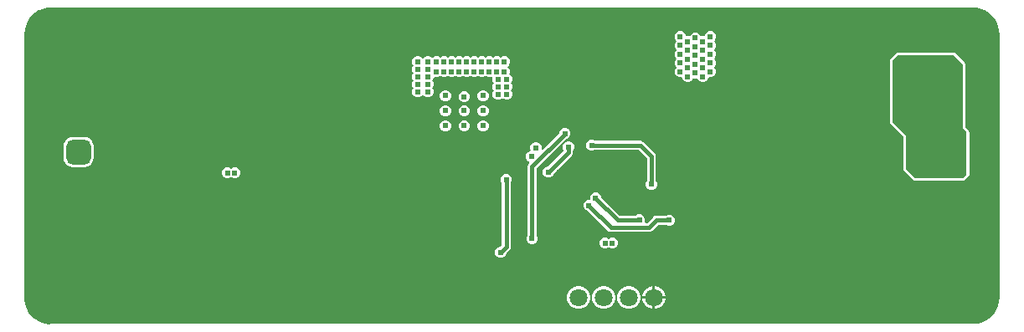
<source format=gbr>
%TF.GenerationSoftware,Altium Limited,Altium Designer,23.0.1 (38)*%
G04 Layer_Physical_Order=4*
G04 Layer_Color=16711680*
%FSLAX45Y45*%
%MOMM*%
%TF.SameCoordinates,3EE063B3-4F93-4FDD-BE50-ED7C6B7A8C7B*%
%TF.FilePolarity,Positive*%
%TF.FileFunction,Copper,L4,Bot,Signal*%
%TF.Part,Single*%
G01*
G75*
%TA.AperFunction,Conductor*%
%ADD56C,0.38100*%
%TA.AperFunction,ComponentPad*%
G04:AMPARAMS|DCode=58|XSize=2.5mm|YSize=2.5mm|CornerRadius=0.625mm|HoleSize=0mm|Usage=FLASHONLY|Rotation=270.000|XOffset=0mm|YOffset=0mm|HoleType=Round|Shape=RoundedRectangle|*
%AMROUNDEDRECTD58*
21,1,2.50000,1.25000,0,0,270.0*
21,1,1.25000,2.50000,0,0,270.0*
1,1,1.25000,-0.62500,-0.62500*
1,1,1.25000,-0.62500,0.62500*
1,1,1.25000,0.62500,0.62500*
1,1,1.25000,0.62500,-0.62500*
%
%ADD58ROUNDEDRECTD58*%
%ADD59C,1.80000*%
%ADD60C,5.00000*%
%TA.AperFunction,ViaPad*%
%ADD61C,0.60960*%
%ADD62C,0.40000*%
G36*
X9362797Y2932577D02*
X9403811Y2922730D01*
X9442779Y2906589D01*
X9478743Y2884550D01*
X9510816Y2857157D01*
X9538210Y2825084D01*
X9560248Y2789120D01*
X9576390Y2750151D01*
X9586236Y2709137D01*
X9589473Y2668007D01*
X9589290Y2667088D01*
Y88D01*
X9589473Y-832D01*
X9586236Y-41962D01*
X9576390Y-82976D01*
X9560248Y-121944D01*
X9538210Y-157908D01*
X9510816Y-189982D01*
X9478743Y-217375D01*
X9442779Y-239414D01*
X9403811Y-255555D01*
X9362797Y-265402D01*
X9321667Y-268639D01*
X9320747Y-268456D01*
X-10434Y-268457D01*
X-12680Y-268903D01*
X-60727Y-264171D01*
X-109088Y-249501D01*
X-153658Y-225678D01*
X-192724Y-193618D01*
X-224784Y-154552D01*
X-248607Y-109982D01*
X-263277Y-61621D01*
X-267003Y-23796D01*
X-267562Y-11328D01*
X-267572Y1371D01*
X-269596Y2667115D01*
X-269778Y2668024D01*
X-266542Y2709137D01*
X-256695Y2750151D01*
X-240554Y2789120D01*
X-218515Y2825084D01*
X-191122Y2857157D01*
X-159049Y2884550D01*
X-123085Y2906589D01*
X-84116Y2922730D01*
X-43102Y2932577D01*
X-1972Y2935814D01*
X-1053Y2935631D01*
X9320747D01*
X9321667Y2935814D01*
X9362797Y2932577D01*
D02*
G37*
%LPC*%
G36*
X6678615Y2697480D02*
X6656385D01*
X6635847Y2688973D01*
X6620127Y2673253D01*
X6612998Y2656043D01*
X6602415Y2646680D01*
X6580185D01*
X6569972Y2642450D01*
X6562473Y2660553D01*
X6546753Y2676273D01*
X6526215Y2684780D01*
X6503985D01*
X6483447Y2676273D01*
X6467727Y2660553D01*
X6460228Y2642450D01*
X6450015Y2646680D01*
X6427785D01*
X6417202Y2656043D01*
X6410073Y2673253D01*
X6394353Y2688973D01*
X6373815Y2697480D01*
X6351585D01*
X6331047Y2688973D01*
X6315327Y2673253D01*
X6306820Y2652715D01*
Y2630485D01*
X6315327Y2609947D01*
X6328124Y2597150D01*
X6315327Y2584353D01*
X6306820Y2563815D01*
Y2541585D01*
X6315327Y2521047D01*
X6328124Y2508250D01*
X6315327Y2495453D01*
X6306820Y2474915D01*
Y2452685D01*
X6315327Y2432147D01*
X6328124Y2419350D01*
X6315327Y2406553D01*
X6306820Y2386015D01*
Y2363785D01*
X6315327Y2343247D01*
X6328124Y2330450D01*
X6315327Y2317653D01*
X6306820Y2297115D01*
Y2274885D01*
X6315327Y2254347D01*
X6331047Y2238627D01*
X6351585Y2230120D01*
X6373815D01*
X6384398Y2220757D01*
X6391527Y2203547D01*
X6407247Y2187827D01*
X6427785Y2179320D01*
X6450015D01*
X6470553Y2187827D01*
X6486273Y2203547D01*
X6493772Y2221650D01*
X6503985Y2217420D01*
X6526215D01*
X6536428Y2221650D01*
X6543927Y2203547D01*
X6559647Y2187827D01*
X6580185Y2179320D01*
X6602415D01*
X6622953Y2187827D01*
X6638673Y2203547D01*
X6645802Y2220757D01*
X6656385Y2230120D01*
X6678615D01*
X6699153Y2238627D01*
X6714873Y2254347D01*
X6723380Y2274885D01*
Y2297115D01*
X6714873Y2317653D01*
X6702076Y2330450D01*
X6714873Y2343247D01*
X6723380Y2363785D01*
Y2386015D01*
X6714873Y2406553D01*
X6702076Y2419350D01*
X6714873Y2432147D01*
X6723380Y2452685D01*
Y2474915D01*
X6714873Y2495453D01*
X6702076Y2508250D01*
X6714873Y2521047D01*
X6723380Y2541585D01*
Y2563815D01*
X6714873Y2584353D01*
X6702076Y2597150D01*
X6714873Y2609947D01*
X6723380Y2630485D01*
Y2652715D01*
X6714873Y2673253D01*
X6699153Y2688973D01*
X6678615Y2697480D01*
D02*
G37*
G36*
X4595815Y2443480D02*
X4573585D01*
X4553047Y2434973D01*
X4546600Y2428526D01*
X4540153Y2434973D01*
X4519615Y2443480D01*
X4497385D01*
X4476847Y2434973D01*
X4470400Y2428526D01*
X4463953Y2434973D01*
X4443415Y2443480D01*
X4421185D01*
X4400647Y2434973D01*
X4394200Y2428526D01*
X4387753Y2434973D01*
X4367215Y2443480D01*
X4344985D01*
X4324447Y2434973D01*
X4318000Y2428526D01*
X4311553Y2434973D01*
X4291015Y2443480D01*
X4268785D01*
X4248247Y2434973D01*
X4241800Y2428526D01*
X4235353Y2434973D01*
X4214815Y2443480D01*
X4192585D01*
X4172047Y2434973D01*
X4165600Y2428526D01*
X4159153Y2434973D01*
X4138615Y2443480D01*
X4116385D01*
X4095847Y2434973D01*
X4089400Y2428526D01*
X4082953Y2434973D01*
X4062415Y2443480D01*
X4040185D01*
X4019647Y2434973D01*
X4013200Y2428526D01*
X4006753Y2434973D01*
X3986215Y2443480D01*
X3963985D01*
X3943447Y2434973D01*
X3937000Y2428526D01*
X3930553Y2434973D01*
X3910015Y2443480D01*
X3887785D01*
X3867247Y2434973D01*
X3854450Y2422176D01*
X3841653Y2434973D01*
X3821115Y2443480D01*
X3798885D01*
X3778347Y2434973D01*
X3767497Y2424123D01*
X3759200Y2420677D01*
X3750903Y2424123D01*
X3740053Y2434973D01*
X3719515Y2443480D01*
X3697285D01*
X3676747Y2434973D01*
X3661027Y2419253D01*
X3652520Y2398715D01*
Y2376485D01*
X3661027Y2355947D01*
X3667474Y2349500D01*
X3661027Y2343053D01*
X3652520Y2322515D01*
Y2300285D01*
X3661027Y2279747D01*
X3667474Y2273300D01*
X3661027Y2266853D01*
X3652520Y2246315D01*
Y2224085D01*
X3661027Y2203547D01*
X3667474Y2197100D01*
X3661027Y2190653D01*
X3652520Y2170115D01*
Y2147885D01*
X3661027Y2127347D01*
X3667474Y2120900D01*
X3661027Y2114453D01*
X3652520Y2093915D01*
Y2071685D01*
X3661027Y2051147D01*
X3676747Y2035427D01*
X3697285Y2026920D01*
X3719515D01*
X3740053Y2035427D01*
X3750903Y2046277D01*
X3759200Y2049723D01*
X3767497Y2046277D01*
X3778347Y2035427D01*
X3798885Y2026920D01*
X3821115D01*
X3841653Y2035427D01*
X3857373Y2051147D01*
X3865880Y2071685D01*
Y2093915D01*
X3857373Y2114453D01*
X3850926Y2120900D01*
X3857373Y2127347D01*
X3865880Y2147885D01*
Y2170115D01*
X3857373Y2190653D01*
X3850926Y2197100D01*
X3857373Y2203547D01*
X3865880Y2224085D01*
Y2225447D01*
X3878580Y2233933D01*
X3887785Y2230120D01*
X3910015D01*
X3930553Y2238627D01*
X3937000Y2245074D01*
X3943447Y2238627D01*
X3963985Y2230120D01*
X3986215D01*
X4006753Y2238627D01*
X4013200Y2245074D01*
X4019647Y2238627D01*
X4040185Y2230120D01*
X4062415D01*
X4082953Y2238627D01*
X4089400Y2245074D01*
X4095847Y2238627D01*
X4116385Y2230120D01*
X4138615D01*
X4159153Y2238627D01*
X4165600Y2245074D01*
X4172047Y2238627D01*
X4192585Y2230120D01*
X4214815D01*
X4235353Y2238627D01*
X4241800Y2245074D01*
X4248247Y2238627D01*
X4268785Y2230120D01*
X4291015D01*
X4311553Y2238627D01*
X4318000Y2245074D01*
X4324447Y2238627D01*
X4344985Y2230120D01*
X4367215D01*
X4387753Y2238627D01*
X4394200Y2245074D01*
X4400647Y2238627D01*
X4421185Y2230120D01*
X4443415D01*
X4457866Y2236106D01*
X4467586Y2226385D01*
X4465320Y2220915D01*
Y2198685D01*
X4473827Y2178147D01*
X4480274Y2171700D01*
X4473827Y2165253D01*
X4465320Y2144715D01*
Y2122485D01*
X4473827Y2101947D01*
X4480274Y2095500D01*
X4473827Y2089053D01*
X4465320Y2068515D01*
Y2046285D01*
X4473827Y2025747D01*
X4489547Y2010027D01*
X4510085Y2001520D01*
X4532315D01*
X4552853Y2010027D01*
X4565650Y2022824D01*
X4578447Y2010027D01*
X4598985Y2001520D01*
X4621215D01*
X4641753Y2010027D01*
X4657473Y2025747D01*
X4665980Y2046285D01*
Y2068515D01*
X4657473Y2089053D01*
X4651026Y2095500D01*
X4657473Y2101947D01*
X4665980Y2122485D01*
Y2144715D01*
X4657473Y2165253D01*
X4651026Y2171700D01*
X4657473Y2178147D01*
X4665980Y2198685D01*
Y2220915D01*
X4657473Y2241453D01*
X4641753Y2257173D01*
X4634490Y2260181D01*
X4640580Y2274885D01*
Y2297115D01*
X4632073Y2317653D01*
X4621223Y2328503D01*
X4617777Y2336800D01*
X4621223Y2345097D01*
X4632073Y2355947D01*
X4640580Y2376485D01*
Y2398715D01*
X4632073Y2419253D01*
X4616353Y2434973D01*
X4595815Y2443480D01*
D02*
G37*
G36*
X4379915Y2100580D02*
X4357685D01*
X4337147Y2092073D01*
X4321427Y2076353D01*
X4312920Y2055815D01*
Y2033585D01*
X4321427Y2013047D01*
X4337147Y1997327D01*
X4357685Y1988820D01*
X4379915D01*
X4400453Y1997327D01*
X4416173Y2013047D01*
X4424680Y2033585D01*
Y2055815D01*
X4416173Y2076353D01*
X4400453Y2092073D01*
X4379915Y2100580D01*
D02*
G37*
G36*
X3998915D02*
X3976685D01*
X3956147Y2092073D01*
X3940427Y2076353D01*
X3931920Y2055815D01*
Y2033585D01*
X3940427Y2013047D01*
X3956147Y1997327D01*
X3976685Y1988820D01*
X3998915D01*
X4019453Y1997327D01*
X4035173Y2013047D01*
X4043680Y2033585D01*
Y2055815D01*
X4035173Y2076353D01*
X4019453Y2092073D01*
X3998915Y2100580D01*
D02*
G37*
G36*
X4189415Y2087880D02*
X4167185D01*
X4146647Y2079373D01*
X4130927Y2063653D01*
X4122420Y2043115D01*
Y2020885D01*
X4130927Y2000347D01*
X4146647Y1984627D01*
X4167185Y1976120D01*
X4189415D01*
X4209953Y1984627D01*
X4225673Y2000347D01*
X4234180Y2020885D01*
Y2043115D01*
X4225673Y2063653D01*
X4209953Y2079373D01*
X4189415Y2087880D01*
D02*
G37*
G36*
X4379915Y1948180D02*
X4357685D01*
X4337147Y1939673D01*
X4321427Y1923953D01*
X4312920Y1903415D01*
Y1881185D01*
X4321427Y1860647D01*
X4337147Y1844927D01*
X4357685Y1836420D01*
X4379915D01*
X4400453Y1844927D01*
X4416173Y1860647D01*
X4424680Y1881185D01*
Y1903415D01*
X4416173Y1923953D01*
X4400453Y1939673D01*
X4379915Y1948180D01*
D02*
G37*
G36*
X4189415D02*
X4167185D01*
X4146647Y1939673D01*
X4130927Y1923953D01*
X4122420Y1903415D01*
Y1881185D01*
X4130927Y1860647D01*
X4146647Y1844927D01*
X4167185Y1836420D01*
X4189415D01*
X4209953Y1844927D01*
X4225673Y1860647D01*
X4234180Y1881185D01*
Y1903415D01*
X4225673Y1923953D01*
X4209953Y1939673D01*
X4189415Y1948180D01*
D02*
G37*
G36*
X3998915D02*
X3976685D01*
X3956147Y1939673D01*
X3940427Y1923953D01*
X3931920Y1903415D01*
Y1881185D01*
X3940427Y1860647D01*
X3956147Y1844927D01*
X3976685Y1836420D01*
X3998915D01*
X4019453Y1844927D01*
X4035173Y1860647D01*
X4043680Y1881185D01*
Y1903415D01*
X4035173Y1923953D01*
X4019453Y1939673D01*
X3998915Y1948180D01*
D02*
G37*
G36*
X4379915Y1795780D02*
X4357685D01*
X4337147Y1787273D01*
X4321427Y1771553D01*
X4312920Y1751015D01*
Y1728785D01*
X4321427Y1708247D01*
X4337147Y1692527D01*
X4357685Y1684020D01*
X4379915D01*
X4400453Y1692527D01*
X4416173Y1708247D01*
X4424680Y1728785D01*
Y1751015D01*
X4416173Y1771553D01*
X4400453Y1787273D01*
X4379915Y1795780D01*
D02*
G37*
G36*
X4189415D02*
X4167185D01*
X4146647Y1787273D01*
X4130927Y1771553D01*
X4122420Y1751015D01*
Y1728785D01*
X4130927Y1708247D01*
X4146647Y1692527D01*
X4167185Y1684020D01*
X4189415D01*
X4209953Y1692527D01*
X4225673Y1708247D01*
X4234180Y1728785D01*
Y1751015D01*
X4225673Y1771553D01*
X4209953Y1787273D01*
X4189415Y1795780D01*
D02*
G37*
G36*
X3998915D02*
X3976685D01*
X3956147Y1787273D01*
X3940427Y1771553D01*
X3931920Y1751015D01*
Y1728785D01*
X3940427Y1708247D01*
X3956147Y1692527D01*
X3976685Y1684020D01*
X3998915D01*
X4019453Y1692527D01*
X4035173Y1708247D01*
X4043680Y1728785D01*
Y1751015D01*
X4035173Y1771553D01*
X4019453Y1787273D01*
X3998915Y1795780D01*
D02*
G37*
G36*
X5207955Y1717040D02*
X5185725D01*
X5165187Y1708533D01*
X5149467Y1692813D01*
X5140960Y1672275D01*
Y1669373D01*
X4968273Y1496686D01*
X4957507Y1503880D01*
X4958080Y1505265D01*
Y1527495D01*
X4949573Y1548033D01*
X4933853Y1563753D01*
X4913315Y1572260D01*
X4891085D01*
X4870547Y1563753D01*
X4854827Y1548033D01*
X4846320Y1527495D01*
Y1505265D01*
X4850133Y1496060D01*
X4845364Y1483360D01*
X4824827Y1474853D01*
X4809107Y1459133D01*
X4800600Y1438595D01*
Y1416365D01*
X4809107Y1395827D01*
X4824827Y1380107D01*
X4833265Y1376612D01*
X4835742Y1364156D01*
X4832053Y1360467D01*
X4822229Y1345764D01*
X4818779Y1328420D01*
Y630606D01*
X4816727Y628553D01*
X4808220Y608015D01*
Y585785D01*
X4816727Y565247D01*
X4832447Y549527D01*
X4852985Y541020D01*
X4875215D01*
X4895753Y549527D01*
X4911473Y565247D01*
X4919980Y585785D01*
Y608015D01*
X4911473Y628553D01*
X4909421Y630606D01*
Y1309647D01*
X5205053Y1605280D01*
X5207955D01*
X5228493Y1613787D01*
X5244213Y1629507D01*
X5252720Y1650045D01*
Y1672275D01*
X5244213Y1692813D01*
X5228493Y1708533D01*
X5207955Y1717040D01*
D02*
G37*
G36*
X341900Y1624358D02*
X216900D01*
X193953Y1621337D01*
X172571Y1612480D01*
X154209Y1598391D01*
X140120Y1580029D01*
X131263Y1558647D01*
X128242Y1535700D01*
Y1410700D01*
X131263Y1387753D01*
X140120Y1366371D01*
X154209Y1348009D01*
X172571Y1333920D01*
X193953Y1325063D01*
X216900Y1322042D01*
X341900D01*
X364847Y1325063D01*
X386229Y1333920D01*
X404591Y1348009D01*
X418680Y1366371D01*
X427537Y1387753D01*
X430558Y1410700D01*
Y1535700D01*
X427537Y1558647D01*
X418680Y1580029D01*
X404591Y1598391D01*
X386229Y1612480D01*
X364847Y1621337D01*
X341900Y1624358D01*
D02*
G37*
G36*
X1869125Y1318260D02*
X1846895D01*
X1826357Y1309753D01*
X1821180Y1304576D01*
X1816003Y1309753D01*
X1795465Y1318260D01*
X1773235D01*
X1752697Y1309753D01*
X1736977Y1294033D01*
X1728470Y1273495D01*
Y1251265D01*
X1736977Y1230727D01*
X1752697Y1215007D01*
X1773235Y1206500D01*
X1795465D01*
X1816003Y1215007D01*
X1821180Y1220184D01*
X1826357Y1215007D01*
X1846895Y1206500D01*
X1869125D01*
X1889663Y1215007D01*
X1905383Y1230727D01*
X1913890Y1251265D01*
Y1273495D01*
X1905383Y1294033D01*
X1889663Y1309753D01*
X1869125Y1318260D01*
D02*
G37*
G36*
X5243515Y1579880D02*
X5221285D01*
X5200747Y1571373D01*
X5185027Y1555653D01*
X5176520Y1535115D01*
Y1512885D01*
X5185027Y1492347D01*
X5186240Y1491133D01*
X5020987Y1325880D01*
X5018085D01*
X4997547Y1317373D01*
X4981827Y1301653D01*
X4973320Y1281115D01*
Y1258885D01*
X4981827Y1238347D01*
X4997547Y1222627D01*
X5018085Y1214120D01*
X5040315D01*
X5060853Y1222627D01*
X5076573Y1238347D01*
X5085080Y1258885D01*
Y1261787D01*
X5264447Y1441153D01*
X5274271Y1455856D01*
X5277721Y1473200D01*
X5277721Y1473201D01*
Y1490294D01*
X5279773Y1492347D01*
X5288280Y1512885D01*
Y1535115D01*
X5279773Y1555653D01*
X5264053Y1571373D01*
X5243515Y1579880D01*
D02*
G37*
G36*
X9131300Y2476998D02*
X8559800D01*
X8549889Y2475026D01*
X8541488Y2469412D01*
X8490688Y2418612D01*
X8485074Y2410211D01*
X8483102Y2400300D01*
Y1778000D01*
X8485074Y1768089D01*
X8490688Y1759688D01*
X8622802Y1627573D01*
Y1295400D01*
X8624774Y1285489D01*
X8630388Y1277088D01*
X8719288Y1188188D01*
X8727689Y1182574D01*
X8737600Y1180602D01*
X9220200D01*
X9230111Y1182574D01*
X9238512Y1188188D01*
X9276612Y1226288D01*
X9282226Y1234689D01*
X9284198Y1244600D01*
Y1676400D01*
X9282226Y1686311D01*
X9276612Y1694712D01*
X9246098Y1725227D01*
Y2362200D01*
X9244126Y2372111D01*
X9238512Y2380512D01*
X9149612Y2469412D01*
X9141211Y2475026D01*
X9131300Y2476998D01*
D02*
G37*
G36*
X5477486Y1596365D02*
X5455256D01*
X5434718Y1587858D01*
X5418998Y1572138D01*
X5410491Y1551600D01*
Y1529370D01*
X5418998Y1508831D01*
X5434718Y1493112D01*
X5455256Y1484605D01*
X5477486D01*
X5498025Y1493112D01*
X5500077Y1495164D01*
X5938823D01*
X6025279Y1408707D01*
Y1179246D01*
X6023227Y1177193D01*
X6014720Y1156655D01*
Y1134425D01*
X6023227Y1113887D01*
X6038947Y1098167D01*
X6059485Y1089660D01*
X6081715D01*
X6102253Y1098167D01*
X6117973Y1113887D01*
X6126480Y1134425D01*
Y1156655D01*
X6117973Y1177193D01*
X6115921Y1179246D01*
Y1427480D01*
X6112471Y1444824D01*
X6102647Y1459527D01*
X5989642Y1572532D01*
X5974939Y1582356D01*
X5957595Y1585806D01*
X5500077D01*
X5498025Y1587858D01*
X5477486Y1596365D01*
D02*
G37*
G36*
X5517835Y1064358D02*
X5495605D01*
X5475067Y1055850D01*
X5459347Y1040131D01*
X5450840Y1019593D01*
Y999793D01*
X5450464Y997009D01*
X5440947Y988060D01*
X5427025D01*
X5406487Y979553D01*
X5390767Y963833D01*
X5382260Y943295D01*
Y921065D01*
X5390767Y900527D01*
X5406487Y884807D01*
X5427025Y876300D01*
X5429927D01*
X5628343Y677883D01*
X5643046Y668059D01*
X5660390Y664609D01*
X5660391Y664609D01*
X6044818D01*
X6062162Y668059D01*
X6076865Y677883D01*
X6136351Y737369D01*
X6217234D01*
X6219287Y735317D01*
X6239825Y726810D01*
X6262055D01*
X6282593Y735317D01*
X6298313Y751036D01*
X6306820Y771575D01*
Y793805D01*
X6298313Y814343D01*
X6282593Y830063D01*
X6262055Y838570D01*
X6239825D01*
X6219287Y830063D01*
X6217234Y828011D01*
X6117580D01*
X6117578Y828011D01*
X6100235Y824561D01*
X6085532Y814736D01*
X6026046Y755251D01*
X6008329D01*
X6001273Y765811D01*
X6004560Y773745D01*
Y795975D01*
X5996053Y816513D01*
X5980333Y832233D01*
X5959795Y840740D01*
X5937565D01*
X5917027Y832233D01*
X5914974Y830181D01*
X5749110D01*
X5562600Y1016691D01*
Y1019593D01*
X5554093Y1040131D01*
X5538373Y1055850D01*
X5517835Y1064358D01*
D02*
G37*
G36*
X5686745Y607060D02*
X5664515D01*
X5643977Y598553D01*
X5638800Y593376D01*
X5633623Y598553D01*
X5613085Y607060D01*
X5590855D01*
X5570317Y598553D01*
X5554597Y582833D01*
X5546090Y562295D01*
Y540065D01*
X5554597Y519527D01*
X5570317Y503807D01*
X5590855Y495300D01*
X5613085D01*
X5633623Y503807D01*
X5638800Y508984D01*
X5643977Y503807D01*
X5664515Y495300D01*
X5686745D01*
X5707283Y503807D01*
X5723003Y519527D01*
X5731510Y540065D01*
Y562295D01*
X5723003Y582833D01*
X5707283Y598553D01*
X5686745Y607060D01*
D02*
G37*
G36*
X4614115Y1249680D02*
X4591885D01*
X4571347Y1241173D01*
X4555627Y1225453D01*
X4547120Y1204915D01*
Y1182685D01*
X4555627Y1162147D01*
X4557679Y1160094D01*
Y532373D01*
X4538387Y513080D01*
X4535485D01*
X4514947Y504573D01*
X4499227Y488853D01*
X4490720Y468315D01*
Y446085D01*
X4499227Y425547D01*
X4514947Y409827D01*
X4535485Y401320D01*
X4557715D01*
X4578253Y409827D01*
X4593973Y425547D01*
X4602480Y446085D01*
Y448987D01*
X4635046Y481553D01*
X4635047Y481554D01*
X4644871Y496257D01*
X4648321Y513600D01*
Y1160094D01*
X4650373Y1162147D01*
X4658880Y1182685D01*
Y1204915D01*
X4650373Y1225453D01*
X4634654Y1241173D01*
X4614115Y1249680D01*
D02*
G37*
G36*
X6111193Y115400D02*
X6108700D01*
Y12700D01*
X6211400D01*
Y15193D01*
X6203535Y44543D01*
X6188343Y70857D01*
X6166857Y92343D01*
X6140543Y107535D01*
X6111193Y115400D01*
D02*
G37*
G36*
X6083300D02*
X6080807D01*
X6051457Y107535D01*
X6025143Y92343D01*
X6003657Y70857D01*
X5988465Y44543D01*
X5980600Y15193D01*
Y12700D01*
X6083300D01*
Y115400D01*
D02*
G37*
G36*
X6211400Y-12700D02*
X6108700D01*
Y-115400D01*
X6111193D01*
X6140543Y-107535D01*
X6166857Y-92343D01*
X6188343Y-70857D01*
X6203535Y-44543D01*
X6211400Y-15193D01*
Y-12700D01*
D02*
G37*
G36*
X6083300D02*
X5980600D01*
Y-15193D01*
X5988465Y-44543D01*
X6003657Y-70857D01*
X6025143Y-92343D01*
X6051457Y-107535D01*
X6080807Y-115400D01*
X6083300D01*
Y-12700D01*
D02*
G37*
G36*
X5857193Y115400D02*
X5826807D01*
X5797457Y107535D01*
X5771143Y92343D01*
X5749657Y70857D01*
X5734465Y44543D01*
X5726600Y15193D01*
Y-15193D01*
X5734465Y-44543D01*
X5749657Y-70857D01*
X5771143Y-92343D01*
X5797457Y-107535D01*
X5826807Y-115400D01*
X5857193D01*
X5886543Y-107535D01*
X5912857Y-92343D01*
X5934343Y-70857D01*
X5949535Y-44543D01*
X5957400Y-15193D01*
Y15193D01*
X5949535Y44543D01*
X5934343Y70857D01*
X5912857Y92343D01*
X5886543Y107535D01*
X5857193Y115400D01*
D02*
G37*
G36*
X5603193D02*
X5572807D01*
X5543457Y107535D01*
X5517143Y92343D01*
X5495657Y70857D01*
X5480465Y44543D01*
X5472600Y15193D01*
Y-15193D01*
X5480465Y-44543D01*
X5495657Y-70857D01*
X5517143Y-92343D01*
X5543457Y-107535D01*
X5572807Y-115400D01*
X5603193D01*
X5632543Y-107535D01*
X5658857Y-92343D01*
X5680343Y-70857D01*
X5695535Y-44543D01*
X5703400Y-15193D01*
Y15193D01*
X5695535Y44543D01*
X5680343Y70857D01*
X5658857Y92343D01*
X5632543Y107535D01*
X5603193Y115400D01*
D02*
G37*
G36*
X5349193D02*
X5318807D01*
X5289457Y107535D01*
X5263143Y92343D01*
X5241657Y70857D01*
X5226465Y44543D01*
X5218600Y15193D01*
Y-15193D01*
X5226465Y-44543D01*
X5241657Y-70857D01*
X5263143Y-92343D01*
X5289457Y-107535D01*
X5318807Y-115400D01*
X5349193D01*
X5378543Y-107535D01*
X5404857Y-92343D01*
X5426343Y-70857D01*
X5441535Y-44543D01*
X5449400Y-15193D01*
Y15193D01*
X5441535Y44543D01*
X5426343Y70857D01*
X5404857Y92343D01*
X5378543Y107535D01*
X5349193Y115400D01*
D02*
G37*
%LPD*%
G36*
X9220200Y2362200D02*
Y1714500D01*
X9258300Y1676400D01*
Y1244600D01*
X9220200Y1206500D01*
X8737600D01*
X8648700Y1295400D01*
Y1638300D01*
X8509000Y1778000D01*
Y2400300D01*
X8559800Y2451100D01*
X9131300D01*
X9220200Y2362200D01*
D02*
G37*
D56*
X5730338Y784860D02*
X5948680D01*
X5506720Y1008478D02*
X5730338Y784860D01*
X4864100Y1328420D02*
X5196840Y1661160D01*
X4864100Y596900D02*
Y1328420D01*
X5660390Y709930D02*
X6044818D01*
X5438140Y932180D02*
X5660390Y709930D01*
X6044818D02*
X6117578Y782690D01*
X6250940D01*
X5466371Y1540485D02*
X5957595D01*
X6070600Y1427480D01*
Y1145540D02*
Y1427480D01*
X5029200Y1270000D02*
X5232400Y1473200D01*
Y1524000D01*
X4546600Y457200D02*
X4603000Y513600D01*
Y1193800D01*
D58*
X279400Y1473200D02*
D03*
Y965200D02*
D03*
X8991600Y939800D02*
D03*
Y1447800D02*
D03*
D59*
X6096000Y0D02*
D03*
X5842000D02*
D03*
X5588000D02*
D03*
X5334000D02*
D03*
D60*
X0Y2667000D02*
D03*
Y0D02*
D03*
X9321800D02*
D03*
Y2667000D02*
D03*
D61*
X6032500Y2374900D02*
D03*
X5981700Y2082800D02*
D03*
X9372600Y1168400D02*
D03*
X9245600Y914400D02*
D03*
Y406400D02*
D03*
X8991600D02*
D03*
Y-101600D02*
D03*
X8864600Y2692400D02*
D03*
X8737600Y914400D02*
D03*
Y406400D02*
D03*
X8864600Y152400D02*
D03*
X8737600Y-101600D02*
D03*
X8610600Y2692400D02*
D03*
X8483600Y1422400D02*
D03*
X8610600Y1168400D02*
D03*
X8483600Y914400D02*
D03*
Y406400D02*
D03*
X8610600Y152400D02*
D03*
X8483600Y-101600D02*
D03*
X8229600Y1930400D02*
D03*
X8356600Y1168400D02*
D03*
X8229600Y914400D02*
D03*
X8356600Y660400D02*
D03*
Y152400D02*
D03*
X8229600Y-101600D02*
D03*
X7975600Y914400D02*
D03*
X8102600Y660400D02*
D03*
X7975600Y-101600D02*
D03*
X7721600Y1422400D02*
D03*
X7848600Y1168400D02*
D03*
X7721600Y914400D02*
D03*
X7848600Y660400D02*
D03*
X7721600Y-101600D02*
D03*
X7467600Y2438400D02*
D03*
Y1930400D02*
D03*
X7594600Y1676400D02*
D03*
Y1168400D02*
D03*
X7467600Y914400D02*
D03*
X7594600Y660400D02*
D03*
X7467600Y-101600D02*
D03*
X7340600Y660400D02*
D03*
X7213600Y-101600D02*
D03*
X7086600Y660400D02*
D03*
X6959600Y-101600D02*
D03*
X6705600Y914400D02*
D03*
X6832600Y660400D02*
D03*
X6705600Y406400D02*
D03*
X6832600Y152400D02*
D03*
X6705600Y-101600D02*
D03*
X6451600Y1930400D02*
D03*
Y1422400D02*
D03*
X6578600Y1168400D02*
D03*
Y660400D02*
D03*
X6451600Y406400D02*
D03*
X6578600Y152400D02*
D03*
X6451600Y-101600D02*
D03*
X6324600Y1168400D02*
D03*
Y152400D02*
D03*
X6070600Y2692400D02*
D03*
X5943600Y914400D02*
D03*
X5816600Y2692400D02*
D03*
X5562600D02*
D03*
X5308600D02*
D03*
X5181600Y1930400D02*
D03*
X5054600Y2692400D02*
D03*
Y1676400D02*
D03*
X4927600Y406400D02*
D03*
Y-101600D02*
D03*
X4800600Y2692400D02*
D03*
X4673600Y406400D02*
D03*
X4800600Y152400D02*
D03*
X4673600Y-101600D02*
D03*
X4546600Y152400D02*
D03*
X4419600Y-101600D02*
D03*
X4292600Y152400D02*
D03*
X4165600Y-101600D02*
D03*
X4038600Y152400D02*
D03*
X3911600Y-101600D02*
D03*
X3657600Y914400D02*
D03*
X3784600Y660400D02*
D03*
X3657600Y406400D02*
D03*
X3784600Y152400D02*
D03*
X3657600Y-101600D02*
D03*
X3530600Y2692400D02*
D03*
Y1676400D02*
D03*
X3403600Y914400D02*
D03*
X3530600Y660400D02*
D03*
X3403600Y406400D02*
D03*
X3530600Y152400D02*
D03*
X3276600Y2692400D02*
D03*
Y1676400D02*
D03*
X3149600Y1422400D02*
D03*
X3276600Y1168400D02*
D03*
X3149600Y914400D02*
D03*
X3276600Y660400D02*
D03*
X3149600Y406400D02*
D03*
X3276600Y152400D02*
D03*
X3022600Y2692400D02*
D03*
X2895600Y2438400D02*
D03*
X3022600Y2184400D02*
D03*
Y1676400D02*
D03*
Y1168400D02*
D03*
Y660400D02*
D03*
X2895600Y406400D02*
D03*
X3022600Y152400D02*
D03*
X2768600Y2692400D02*
D03*
X2641600Y2438400D02*
D03*
X2768600Y2184400D02*
D03*
Y660400D02*
D03*
X2641600Y406400D02*
D03*
X2768600Y152400D02*
D03*
X2641600Y-101600D02*
D03*
X2514600Y2692400D02*
D03*
Y2184400D02*
D03*
Y660400D02*
D03*
Y152400D02*
D03*
X2260600Y660400D02*
D03*
X863600Y-101600D02*
D03*
X736600Y2692400D02*
D03*
X609600Y2438400D02*
D03*
X736600Y2184400D02*
D03*
X609600Y1930400D02*
D03*
Y914400D02*
D03*
Y406400D02*
D03*
X736600Y152400D02*
D03*
X609600Y-101600D02*
D03*
X482600Y2692400D02*
D03*
X355600Y2438400D02*
D03*
X482600Y2184400D02*
D03*
X355600Y1930400D02*
D03*
X482600Y660400D02*
D03*
X355600Y406400D02*
D03*
X482600Y152400D02*
D03*
X355600Y-101600D02*
D03*
X228600Y2184400D02*
D03*
X101600Y1930400D02*
D03*
X228600Y660400D02*
D03*
X101600Y406400D02*
D03*
X-25400Y2184400D02*
D03*
X-152400Y1930400D02*
D03*
X-25400Y660400D02*
D03*
X-152400Y406400D02*
D03*
X6197600Y1473200D02*
D03*
X6210300Y1333500D02*
D03*
X6223000Y1219200D02*
D03*
Y1092200D02*
D03*
X5905500Y1435100D02*
D03*
X5981700Y1308100D02*
D03*
X5918200Y1117600D02*
D03*
X5880100Y1016000D02*
D03*
X5143500Y1270000D02*
D03*
X4178300Y2032000D02*
D03*
X8610600Y1790700D02*
D03*
X8737600Y1752600D02*
D03*
X8890000D02*
D03*
X9118600D02*
D03*
Y1892300D02*
D03*
Y2044700D02*
D03*
Y2184400D02*
D03*
Y2311400D02*
D03*
X8750300Y2286000D02*
D03*
Y2159000D02*
D03*
Y2006600D02*
D03*
X8864600D02*
D03*
X8623300D02*
D03*
X8864600Y2159000D02*
D03*
X8623300D02*
D03*
X8864600Y2286000D02*
D03*
X8623300D02*
D03*
X4953000Y1625600D02*
D03*
X5092700Y1752600D02*
D03*
X4368800Y1892300D02*
D03*
X4178300D02*
D03*
X3987800Y2044700D02*
D03*
Y1892300D02*
D03*
Y1739900D02*
D03*
X4178300D02*
D03*
X4368800D02*
D03*
Y2044700D02*
D03*
X1155700Y-177800D02*
D03*
X1028700D02*
D03*
X952500Y-114300D02*
D03*
Y-38100D02*
D03*
Y114300D02*
D03*
Y203200D02*
D03*
Y304800D02*
D03*
Y457200D02*
D03*
Y533400D02*
D03*
X850900D02*
D03*
X863600Y698500D02*
D03*
Y800100D02*
D03*
X889000Y952500D02*
D03*
X1003300Y977900D02*
D03*
X876300Y1752600D02*
D03*
X825500Y1905000D02*
D03*
X889000Y1968500D02*
D03*
X952500Y2044700D02*
D03*
Y2222500D02*
D03*
Y2311400D02*
D03*
Y2413000D02*
D03*
Y2578100D02*
D03*
Y2667000D02*
D03*
X1028700Y2717800D02*
D03*
X1168400D02*
D03*
X2095500D02*
D03*
X2235200D02*
D03*
X2324100Y2654300D02*
D03*
Y2565400D02*
D03*
Y2413000D02*
D03*
Y2336800D02*
D03*
Y2247900D02*
D03*
Y2082800D02*
D03*
Y2006600D02*
D03*
X2159000Y1943100D02*
D03*
X2019300Y1879600D02*
D03*
X2108200Y1866900D02*
D03*
X2019300Y1689100D02*
D03*
X2032000Y838200D02*
D03*
Y647700D02*
D03*
X2146300Y622300D02*
D03*
X2362200Y546100D02*
D03*
Y457200D02*
D03*
X2336800Y152400D02*
D03*
Y-63500D02*
D03*
X2324100Y-177800D02*
D03*
X2171700Y-165100D02*
D03*
X3848100Y558800D02*
D03*
X3771900D02*
D03*
X3849193Y487057D02*
D03*
X3772993D02*
D03*
X3848100Y419100D02*
D03*
X3771900D02*
D03*
Y342900D02*
D03*
X3848100D02*
D03*
X4305300D02*
D03*
X4229100D02*
D03*
X4152900D02*
D03*
X4076700D02*
D03*
X4000500D02*
D03*
X5219700Y546100D02*
D03*
X5321300D02*
D03*
X5829300Y571500D02*
D03*
X5664200Y292100D02*
D03*
X5727700Y203200D02*
D03*
X5892800D02*
D03*
X5943600Y292100D02*
D03*
X6413500Y1816100D02*
D03*
X6489700Y1651000D02*
D03*
X6642100D02*
D03*
X8204200Y76200D02*
D03*
X8191500Y495300D02*
D03*
X8369300Y304800D02*
D03*
X8534400Y1536700D02*
D03*
X8559800Y1358900D02*
D03*
X8293100Y1320800D02*
D03*
X8280400Y1854200D02*
D03*
X8115300Y1587500D02*
D03*
X7975600Y1701800D02*
D03*
X4521200Y2057400D02*
D03*
X4610100D02*
D03*
X4521200Y2133600D02*
D03*
X4610100D02*
D03*
X4521200Y2209800D02*
D03*
X4610100D02*
D03*
X4584700Y2387600D02*
D03*
Y2286000D02*
D03*
X4508500Y2387600D02*
D03*
Y2286000D02*
D03*
X4432300Y2387600D02*
D03*
Y2286000D02*
D03*
X4356100Y2387600D02*
D03*
Y2286000D02*
D03*
X4279900Y2387600D02*
D03*
Y2286000D02*
D03*
X4203700Y2387600D02*
D03*
Y2286000D02*
D03*
X4127500Y2387600D02*
D03*
Y2286000D02*
D03*
X4051300Y2387600D02*
D03*
Y2286000D02*
D03*
X3975100Y2387600D02*
D03*
Y2286000D02*
D03*
X3898900Y2387600D02*
D03*
Y2286000D02*
D03*
X3810000Y2387600D02*
D03*
X3708400D02*
D03*
X3810000Y2311400D02*
D03*
X3708400D02*
D03*
X3810000Y2235200D02*
D03*
X3708400D02*
D03*
X3810000Y2159000D02*
D03*
X3708400D02*
D03*
Y2082800D02*
D03*
X3810000D02*
D03*
X6667500Y2286000D02*
D03*
Y2374900D02*
D03*
Y2463800D02*
D03*
Y2552700D02*
D03*
Y2641600D02*
D03*
X6591300Y2235200D02*
D03*
Y2324100D02*
D03*
Y2413000D02*
D03*
Y2501900D02*
D03*
Y2590800D02*
D03*
X6515100Y2273300D02*
D03*
Y2362200D02*
D03*
Y2451100D02*
D03*
Y2540000D02*
D03*
Y2628900D02*
D03*
X6438900Y2590800D02*
D03*
Y2501900D02*
D03*
Y2413000D02*
D03*
Y2324100D02*
D03*
Y2235200D02*
D03*
X6362700Y2286000D02*
D03*
Y2374900D02*
D03*
Y2463800D02*
D03*
Y2552700D02*
D03*
Y2641600D02*
D03*
X4856480Y1427480D02*
D03*
X4902200Y1516380D02*
D03*
X1858010Y1262380D02*
D03*
X1784350D02*
D03*
X5675630Y551180D02*
D03*
X5601970D02*
D03*
X5196840Y1661160D02*
D03*
X4864100Y596900D02*
D03*
X5438140Y932180D02*
D03*
X5506720Y1008478D02*
D03*
X6250940Y782690D02*
D03*
X5948680Y784860D02*
D03*
X5466371Y1540485D02*
D03*
X5232400Y1524000D02*
D03*
X6070600Y1145540D02*
D03*
X5029200Y1270000D02*
D03*
X4546600Y457200D02*
D03*
X4603000Y1193800D02*
D03*
D62*
X5605200Y1270000D02*
D03*
X5717200D02*
D03*
X5469200D02*
D03*
X5357200D02*
D03*
X5605200Y1190000D02*
D03*
Y1350000D02*
D03*
X5469200D02*
D03*
Y1190000D02*
D03*
%TF.MD5,4c407f84e2082724dc0e4b13ca1f7fec*%
M02*

</source>
